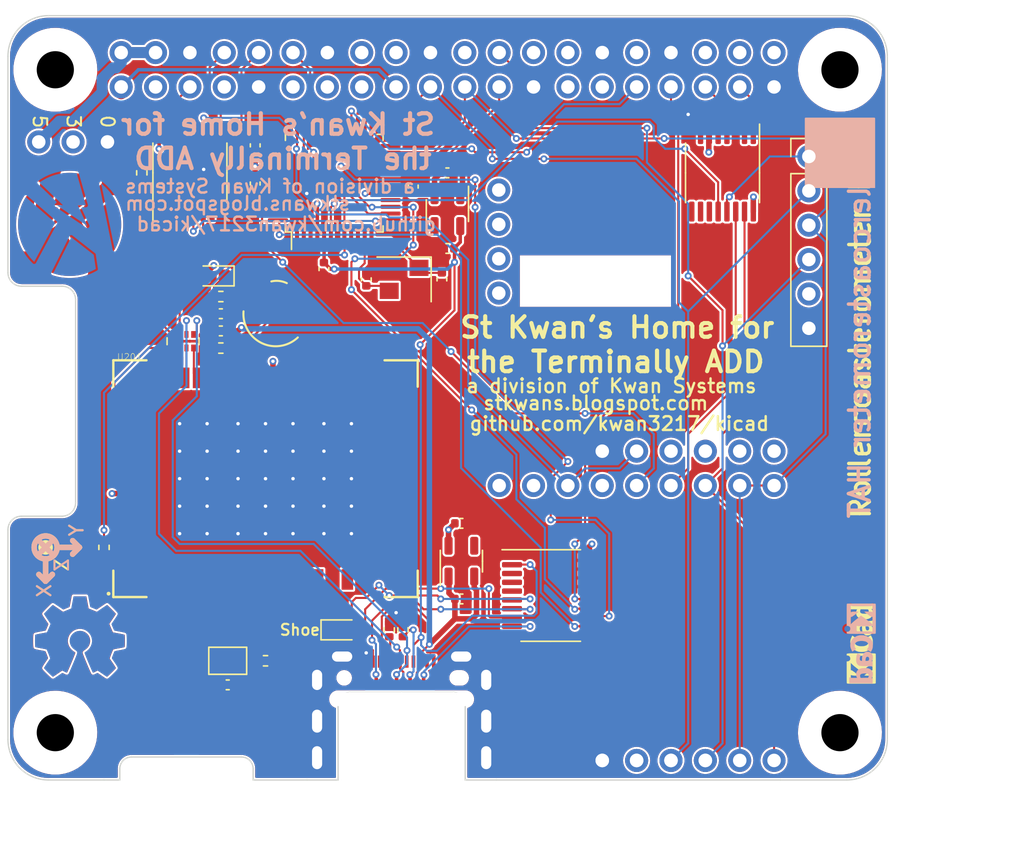
<source format=kicad_pcb>
(kicad_pcb (version 20211014) (generator pcbnew)
  (title_block (date "2022-10-07"))
  (layers (0 "F.Cu" jumper) (1 "In1.Cu" signal) (2 "In2.Cu" signal) (31 "B.Cu" signal) (34 "B.Paste" user) (35 "F.Paste" user) (36 "B.SilkS" user "B.Silkscreen") (37 "F.SilkS" user "F.Silkscreen") (38 "B.Mask" user) (39 "F.Mask" user) (44 "Edge.Cuts" user))
  (net 0 "")
  (net 1 "+1V8")
  (net 6 "/USB+ Cable/P_INT3")
  (net 11 "/MOSI_3V3")
  (net 12 "/MISO_3V3")
  (net 16 "/SCK_3V3")
  (net 19 "/GPS/V_BATT")
  (net 20 "/GPS/V_RF--")
  (net 21 "/GPS/VBAT+")
  (net 22 "+3V3")
  (net 23 "/GPS/RF_IN")
  (net 24 "/GPS/V_RF-")
  (net 25 "/GPS/RX{slash}MOSI-")
  (net 26 "/GPS/TX{slash}MISO-")
  (net 27 "/GPS/DP-")
  (net 28 "/GPS/DM-")
  (net 29 "/GPS/TIMEPULSE-")
  (net 30 "/GPS/V_RF")
  (net 61 "GND")
  (net 62 "+5V")
  (net 65 "/USB+ Cable/P_CC1")
  (net 67 "/USB+ Cable/P_INT2")
  (net 68 "/USB+ Cable/P_CC2")
  (net 69 "/~{CE0}")
  (net 70 "/CS0")
  (net 71 "/VBUS")
  (net 72 "/D+")
  (net 73 "/D-")
  (net 74 "/CS1")
  (net 75 "/GPS_TX")
  (net 76 "/GPS_RX")
  (net 78 "/~{CS}_MAG")
  (net 81 "/DRDY_6D")
  (net 88 "/PPS")
  (net 89 "/TX_PI")
  (net 90 "/RX_PI")
  (net 91 "/LPC_TX")
  (net 92 "/LPC_RX")
  (net 93 "/UART_S0")
  (net 94 "/Timer/XTAL2")
  (net 95 "/Timer/XTAL1")
  (net 100 "/~{CS}_6D")
  (net 101 "/DRDY_MAG")
  (net 109 "/LPC_~{RESET}")
  (net 110 "/SDA_LPC_1V8")
  (net 111 "/SHOE_INT_1V8")
  (net 112 "/SCL_LPC_1V8")
  (net 118 "/SCL_LPC_3V3")
  (net 119 "/SDA_LPC_3V3")
  (net 129 "/SHOE_INT_3V3")
  (net 130 "/~{CS}_LPC_3V3")
  (net 133 "/P_RET_1V8")
  (net 134 "/P_RET_3V3")
  (net 142 "/~{CS}_PRES")
  (net 153 "/Timer/CAP2.2")
  (net 154 "/Timer/CAP2.1")
  (footprint "Capacitor_SMD:C_0402_1005Metric" (layer "F.Cu") (at 168.656 65.532 -90)
    (fp_text reference "C1205" hide)
    (fp_text value "100nF" hide)
  )
  (footprint "KwanSystems:Axis" (layer "F.Cu") (at 148.082 86.106 -90)
    (fp_text reference "G101" hide)
    (fp_text value "Axis" hide)
  )
  (footprint "KwanSystems:R_Array_Convex_4x0402" (layer "F.Cu") (at 158.242 70.866 -90)
    (fp_text reference "R239" hide)
    (fp_text value "27" hide)
  )
  (footprint "Resistor_SMD:R_0402_1005Metric" (layer "F.Cu") (at 164.338 94.488)
    (fp_text reference "R407" hide)
    (fp_text value "27" hide)
  )
  (footprint "KwanSystems:ZED-F9x" (layer "F.Cu") (at 164.338 81.026)
    (fp_text reference "U201")
    (fp_text value "ZED_F9R")
  )
  (footprint "KwanSystems:Symbol_KiCAD-Logo_CopperAndSilkScreenTop_small" (layer "F.Cu") (at 208.28 93.218 90)
    (fp_text reference "G103" hide)
    (fp_text value "DesignedWithKicad" hide)
  )
  (footprint "KwanSystems:OSHW-Symbol_6.7x6mm_SolderMask" (layer "F.Cu") (at 150.622 92.71)
    (fp_text reference "G104" hide)
    (fp_text value "OSHW" hide)
  )
  (footprint "Capacitor_SMD:C_0402_1005Metric" (layer "F.Cu") (at 161.036 68.834 180)
    (fp_text reference "C236" hide)
    (fp_text value "1uF" hide)
  )
  (footprint "Capacitor_SMD:C_0402_1005Metric" (layer "F.Cu") (at 178.816 84.328)
    (fp_text reference "C405" hide)
    (fp_text value "1uF" hide)
  )
  (footprint "Capacitor_SMD:C_0402_1005Metric" (layer "F.Cu") (at 175.26 59.436 90)
    (fp_text reference "C1217" hide)
    (fp_text value "100nF" hide)
  )
  (footprint "KwanSystems:PiHAT" (layer "F.Cu") (at 152.4 50.8)
    (fp_text reference "J101" hide)
    (fp_text value "Raspberry_Pi_40" hide)
    (fp_line (start -3.1 16) (end -6.1 16) (layer "Edge.Cuts") (width 0.1))
    (fp_line (start -6.1 33) (end -3.1 33) (layer "Edge.Cuts") (width 0.1))
    (fp_line (start -2.1 32) (end -2.1 17) (layer "Edge.Cuts") (width 0.1))
    (fp_arc (start -4.1 52.5) (mid -6.22132 51.62132) (end -7.1 49.5) (layer "Edge.Cuts") (width 0.1))
    (fp_arc (start -6.1 16) (mid -6.807107 15.707107) (end -7.1 15) (layer "Edge.Cuts") (width 0.1))
    (fp_arc (start -3.1 16) (mid -2.392893 16.292893) (end -2.1 17) (layer "Edge.Cuts") (width 0.1))
    (fp_arc (start -7.1 -1) (mid -6.22132 -3.12132) (end -4.1 -4) (layer "Edge.Cuts") (width 0.1))
    (fp_arc (start 57.9 49.5) (mid 57.02132 51.62132) (end 54.9 52.5) (layer "Edge.Cuts") (width 0.1))
    (fp_arc (start -7.1 34) (mid -6.807107 33.292893) (end -6.1 33) (layer "Edge.Cuts") (width 0.1))
    (fp_arc (start -2.1 32) (mid -2.392893 32.707107) (end -3.1 33) (layer "Edge.Cuts") (width 0.1))
    (fp_arc (start 54.9 -4) (mid 57.02132 -3.12132) (end 57.9 -1) (layer "Edge.Cuts") (width 0.1))
  )
  (footprint "Diode_SMD:D_0603_1608Metric" (layer "F.Cu") (at 160.528 66.04 180)
    (fp_text reference "D201" hide)
    (fp_text value "0.5A/420mV" hide)
  )
  (footprint "Resistor_SMD:R_0402_1005Metric" (layer "F.Cu") (at 152.4 86.106 90)
    (fp_text reference "R253" hide)
    (fp_text value "27")
  )
  (footprint "KwanSystems:USB_C_Amphenol_MidMount_with_cutout" (layer "F.Cu") (at 174.4 103.3)
    (fp_text reference "J301" hide)
    (fp_text value "USB_C_Receptacle")
    (fp_line (start 4.699 0) (end 4.699 -5.6134) (layer "Edge.Cuts") (width 0.1))
    (fp_line (start -4.699 -5.6134) (end -4.699 0) (layer "Edge.Cuts") (width 0.1))
    (fp_line (start 0 -6.477) (end -3.8354 -6.477) (layer "Edge.Cuts") (width 0.1))
    (fp_line (start 3.8354 -6.477) (end 0 -6.477) (layer "Edge.Cuts") (width 0.1))
    (fp_line (start -4.699 0) (end -7 0) (layer "Edge.Cuts") (width 0.1))
    (fp_line (start 4.699 0) (end 7 0) (layer "Edge.Cuts") (width 0.1))
    (fp_arc (start -4.699 -5.6134) (mid -4.446057 -6.224057) (end -3.8354 -6.477) (layer "Edge.Cuts") (width 0.1))
    (fp_arc (start 3.8354 -6.477) (mid 4.446057 -6.224057) (end 4.699 -5.6134) (layer "Edge.Cuts") (width 0.1))
  )
  (footprint "Resistor_SMD:R_0402_1005Metric" (layer "F.Cu") (at 174.498 92.202 -90)
    (fp_text reference "R301" hide)
    (fp_text value "5.1k" hide)
  )
  (footprint "Package_QFP:LQFP-48_7x7mm_P0.5mm" (layer "F.Cu") (at 169.418 59.182 90)
    (fp_text reference "U1201" hide)
    (fp_text value "LPC2103" hide)
  )
  (footprint "SparkfunBreakout:BME680" (layer "F.Cu") (at 180.31 58.42)
    (fp_text reference "J105" hide)
    (fp_text value "BME680")
  )
  (footprint "Capacitor_SMD:C_0402_1005Metric" (layer "F.Cu") (at 178.816 89.916)
    (fp_text reference "C401" hide)
    (fp_text value "1uF" hide)
  )
  (footprint "Capacitor_SMD:C_0402_1005Metric" (layer "F.Cu") (at 161.544 96.266)
    (fp_text reference "C201" hide)
    (fp_text value "47pF" hide)
  )
  (footprint "SparkfunBreakout:ICM20948" (layer "F.Cu") (at 193.04 103.124 90)
    (fp_text reference "J104" hide)
    (fp_text value "ICM20948")
  )
  (footprint "KwanSystems:SMA-EDGE" (layer "F.Cu") (at 158.496 99.314 180)
    (fp_text reference "J201" hide)
    (fp_text value "SMA" hide)
  )
  (footprint "Capacitor_SMD:C_0402_1005Metric" (layer "F.Cu") (at 163.576 56.388 90)
    (fp_text reference "C1301" hide)
    (fp_text value "100nF" hide)
  )
  (footprint "Connector_PinHeader_2.54mm:PinHeader_1x03_P2.54mm_Horizontal" (layer "F.Cu") (at 152.654 56.134 -90)
    (fp_text reference "J102" hide)
    (fp_text value "Conn_01x03" hide)
  )
  (footprint "KwanSystems:Coin_Cell_ML414H" (layer "F.Cu") (at 165.1 68.834 90)
    (fp_text reference "B201" hide)
    (fp_text value "ML414H" hide)
  )
  (footprint "Capacitor_SMD:C_0402_1005Metric" (layer "F.Cu") (at 161.036 70.104 180)
    (fp_text reference "C238" hide)
    (fp_text value "1uF" hide)
  )
  (footprint "Resistor_SMD:R_0402_1005Metric" (layer "F.Cu") (at 173.482 92.202 -90)
    (fp_text reference "R302" hide)
    (fp_text value "5.1k" hide)
  )
  (footprint "Capacitor_SMD:C_0402_1005Metric" (layer "F.Cu") (at 177.7825 64.008 180)
    (fp_text reference "C505" hide)
    (fp_text value "1uF" hide)
  )
  (footprint "Capacitor_SMD:C_0402_1005Metric" (layer "F.Cu") (at 177.7825 58.42)
    (fp_text reference "C501" hide)
    (fp_text value "1uF" hide)
  )
  (footprint "Capacitor_SMD:C_0402_1005Metric" (layer "F.Cu") (at 163.576 59.21 -90)
    (fp_text reference "C1240" hide)
    (fp_text value "100nF" hide)
  )
  (footprint "Capacitor_SMD:C_0402_1005Metric" (layer "F.Cu") (at 171.788 66.294 -90)
    (fp_text reference "C1211" hide)
    (fp_text value "22pF" hide)
  )
  (footprint "Package_SO:TSSOP-20_4.4x6.5mm_P0.65mm" (layer "F.Cu") (at 185.42 89.662)
    (fp_text reference "U1402" hide)
    (fp_text value "TXS0108" hide)
  )
  (footprint "Package_SO:TSSOP-16_4.4x5mm_P0.65mm" (layer "F.Cu") (at 198.12 58.42 -90)
    (fp_text reference "U1401" hide)
    (fp_text value "74LS138" hide)
  )
  (footprint "Resistor_SMD:R_0402_1005Metric" (layer "F.Cu") (at 161.036 71.374 180)
    (fp_text reference "R238" hide)
    (fp_text value "100k" hide)
  )
  (footprint "LED_SMD:LED_0603_1608Metric" (layer "F.Cu") (at 169.926 92.202)
    (fp_text reference "D301" hide)
    (fp_text value "RED" hide)
  )
  (footprint "Package_TO_SOT_SMD:SOT-23-5" (layer "F.Cu") (at 178.816 87.122 90)
    (fp_text reference "U401" hide)
    (fp_text value "TCR2EF 3.3V" hide)
  )
  (footprint "Crystal:Crystal_SMD_Abracon_ABM8G-4Pin_3.2x2.5mm" (layer "F.Cu") (at 174.582 66.294 180)
    (fp_text reference "Y1201" hide)
    (fp_text value "12MHz" hide)
  )
  (footprint "Inductor_SMD:L_0402_1005Metric" (layer "F.Cu") (at 158.75 94.488)
    (fp_text reference "L201" hide)
    (fp_text value "Ferrite 120NH" hide)
  )
  (footprint "Capacitor_SMD:C_0402_1005Metric" (layer "F.Cu") (at 177.376 66.294 90)
    (fp_text reference "C1212" hide)
    (fp_text value "22pF" hide)
  )
  (footprint "SparkfunBreakout:LSM9DS1" (layer "F.Cu") (at 187.96 103.124 90)
    (fp_text reference "J103" hide)
    (fp_text value "LSD9DS1")
  )
  (footprint "Package_SO:TSSOP-16_4.4x5mm_P0.65mm" (layer "F.Cu") (at 158.75 58.42 90)
    (fp_text reference "U1301" hide)
    (fp_text value "743253" hide)
  )
  (footprint "Jumper:SolderJumper-2_P1.3mm_Bridged_Pad1.0x1.5mm" (layer "F.Cu") (at 161.544 94.488)
    (fp_text reference "J202" hide)
    (fp_text value "NormallyClosed" hide)
  )
  (footprint "KwanSystems:StKwansSoldermask" (layer "F.Cu") (at 149.86 62.23)
    (fp_text reference "G102" hide)
    (fp_text value "KwanSystems" hide)
  )
  (footprint "Resistor_SMD:R_0402_1005Metric" (layer "F.Cu") (at 155.194 58.42 90)
    (fp_text reference "R1301" hide)
    (fp_text value "10k" hide)
  )
  (footprint "Resistor_SMD:R_0402_1005Metric" (layer "F.Cu") (at 161.036 67.564)
    (fp_text reference "R436" hide)
    (fp_text value "5.1k" hide)
  )
  (footprint "Package_TO_SOT_SMD:SOT-23-5" (layer "F.Cu") (at 177.7825 61.214 -90)
    (fp_text reference "U501" hide)
    (fp_text value "TCR2EF 1.8V" hide)
  )
  (footprint "KwanSystems:StKwansSoldermask" (layer "B.Cu") (at 149.86 62.23 180)
    (fp_text reference "G105" hide)
    (fp_text value "KwanSystems" hide)
  )
  (footprint "KwanSystems:Symbol_KiCAD-Logo_CopperAndSilkScreenTop_small" (layer "B.Cu") (at 208.28 93.218 -90)
    (fp_text reference "G107" hide)
    (fp_text value "DesignedWithKicad" hide)
  )
  (footprint "KwanSystems:OSHW-Symbol_6.7x6mm_SolderMask" (layer "B.Cu") (at 150.622 92.71 180)
    (fp_text reference "G106" hide)
    (fp_text value "OSHW" hide)
  )
  (gr_line (start 145.3 84.8) (end 145.3 100.3) (layer "Edge.Cuts") (width 0.1))
  (gr_line (start 207.3 46.8) (end 148.3 46.8) (layer "Edge.Cuts") (width 0.1))
  (gr_line (start 202.4 103.3) (end 181.4 103.3) (layer "Edge.Cuts") (width 0.1))
  (gr_line (start 153.5684 102.4636) (end 153.5684 103.3) (layer "Edge.Cuts") (width 0.1))
  (gr_line (start 163.4236 103.3) (end 167.4 103.3) (layer "Edge.Cuts") (width 0.1))
  (gr_line (start 148.3 103.3) (end 152.4 103.3) (layer "Edge.Cuts") (width 0.1))
  (gr_line (start 152.4 103.3) (end 153.5684 103.3) (layer "Edge.Cuts") (width 0.1))
  (gr_arc (start 153.5684 102.4636) (mid 153.821343 101.852943) (end 154.432 101.6) (layer "Edge.Cuts") (width 0.1))
  (gr_line (start 162.56 101.6) (end 154.432 101.6) (layer "Edge.Cuts") (width 0.1))
  (gr_line (start 163.4236 103.3) (end 163.4236 102.4636) (layer "Edge.Cuts") (width 0.1))
  (gr_arc (start 162.56 101.6) (mid 163.170657 101.852943) (end 163.4236 102.4636) (layer "Edge.Cuts") (width 0.1))
  (gr_line (start 207.3 103.3) (end 202.4 103.3) (layer "Edge.Cuts") (width 0.1))
  (gr_line (start 210.3 100.3) (end 210.3 49.8) (layer "Edge.Cuts") (width 0.1))
  (gr_line (start 145.3 49.8) (end 145.3 65.8) (layer "Edge.Cuts") (width 0.1))
  (gr_text "Rollercoasterometer HAT\n" (at 208.257535 69.827144 90) (layer "B.SilkS") (effects (font (size 1.524 1.524) (thickness 0.254)) (justify mirror)))
  (gr_text "Shoe" (at 166.878 92.202) (layer "F.SilkS") (effects (font (size 0.8128 0.8128) (thickness 0.1524))))
  (gr_text "Rollercoasterometer HAT\n" (at 208.28 69.85 90) (layer "F.SilkS") (effects (font (size 1.524 1.524) (thickness 0.254))))
  (segment (start 175.280111 93.942489) (end 175.275 93.9476) (width 0.1524) (layer "F.Cu") (net 1))
  (segment (start 168.668 65.04) (end 168.656 65.052) (width 0.254) (layer "F.Cu") (net 1))
  (segment (start 178.7325 62.3515) (end 178.7325 63.538) (width 0.254) (layer "F.Cu") (net 1))
  (segment (start 178.7325 63.538) (end 178.2625 64.008) (width 0.254) (layer "F.Cu") (net 1))
  (segment (start 182.5685 87.376) (end 182.5575 87.387) (width 0.1524) (layer "F.Cu") (net 1))
  (segment (start 168.668 63.3445) (end 168.668 65.04) (width 0.254) (layer "F.Cu") (net 1))
  (segment (start 175.768 71.12) (end 178.308 68.58) (width 0.1524) (layer "F.Cu") (net 1))
  (segment (start 168.656 65.052) (end 169.136 65.532) (width 0.254) (layer "F.Cu") (net 1))
  (segment (start 178.308 64.0535) (end 178.2625 64.008) (width 0.254) (layer "F.Cu") (net 1))
  (segment (start 175.280111 93.322309) (end 175.280111 93.942489) (width 0.1524) (layer "F.Cu") (net 1))
  (segment (start 175.84162 92.7608) (end 175.280111 93.322309) (width 0.1524) (layer "F.Cu") (net 1))
  (segment (start 178.308 68.58) (end 178.308 65.024) (width 0.1524) (layer "F.Cu") (net 1))
  (segment (start 183.896 87.376) (end 182.5685 87.376) (width 0.1524) (layer "F.Cu") (net 1))
  (segment (start 169.136 65.532) (end 169.418 65.532) (width 0.254) (layer "F.Cu") (net 1))
  (segment (start 178.308 65.024) (end 178.308 64.0535) (width 0.254) (layer "F.Cu") (net 1))
  (segment (start 175.275 93.9476) (end 175.275 94.55) (width 0.1524) (layer "F.Cu") (net 1))
  (via (at 183.896 87.376) (size 0.508) (drill 0.254) (layers "F.Cu" "B.Cu") (net 1))
  (via (at 175.84162 92.7608) (size 0.508) (drill 0.254) (layers "F.Cu" "B.Cu") (net 1))
  (via (at 169.418 65.532) (size 0.508) (drill 0.254) (layers "F.Cu" "B.Cu") (net 1))
  (via (at 175.768 71.12) (size 0.508) (drill 0.254) (layers "F.Cu" "B.Cu") (net 1))
  (via (at 178.308 65.024) (size 0.508) (drill 0.254) (layers "F.Cu" "B.Cu") (net 1))
  (segment (start 176.251022 93.753991) (end 177.010009 93.753991) (width 0.1524) (layer "B.Cu") (net 1))
  (segment (start 175.818611 71.170611) (end 175.768 71.12) (width 0.1524) (layer "B.Cu") (net 1))
  (segment (start 175.84162 93.344589) (end 176.251022 93.753991) (width 0.1524) (layer "B.Cu") (net 1))
  (segment (start 184.378111 90.957889) (end 184.378111 87.858111) (width 0.1524) (layer "B.Cu") (net 1))
  (segment (start 184.378111 87.858111) (end 183.896 87.376) (width 0.1524) (layer "B.Cu") (net 1))
  (segment (start 179.603889 91.160111) (end 184.175889 91.160111) (width 0.1524) (layer "B.Cu") (net 1))
  (segment (start 175.818611 75.588009) (end 175.818611 71.170611) (width 0.1524) (layer "B.Cu") (net 1))
  (segment (start 175.84162 92.7608) (end 175.84162 93.344589) (width 0.1524) (layer "B.Cu") (net 1))
  (segment (start 184.175889 91.160111) (end 184.378111 90.957889) (width 0.1524) (layer "B.Cu") (net 1))
  (segment (start 177.010009 93.753991) (end 179.603889 91.160111) (width 0.1524) (layer "B.Cu") (net 1))
  (segment (start 175.818611 92.737791) (end 175.818611 75.588009) (width 0.1524) (layer "B.Cu") (net 1))
  (segment (start 169.418 65.532) (end 177.8 65.532) (width 0.254) (layer "B.Cu") (net 1))
  (segment (start 177.8 65.532) (end 178.308 65.024) (width 0.254) (layer "B.Cu") (net 1))
  (segment (start 175.84162 92.7608) (end 175.818611 92.737791) (width 0.1524) (layer "B.Cu") (net 1))
  (segment (start 173.5805 55.0195) (end 176.53 52.07) (width 0.1524) (layer "F.Cu") (net 11))
  (segment (start 173.5805 56.432) (end 173.5805 55.0195) (width 0.1524) (layer "F.Cu") (net 11))
  (segment (start 181.102 57.38452) (end 184.912 57.38452) (width 0.1524) (layer "F.Cu") (net 11))
  (via (at 184.912 57.38452) (size 0.508) (drill 0.254) (layers "F.Cu" "B.Cu") (net 11))
  (via (at 181.102 57.38452) (size 0.508) (drill 0.254) (layers "F.Cu" "B.Cu") (net 11))
  (segment (start 191.75052 57.38452) (end 184.912 57.38452) (width 0.1524) (layer "B.Cu") (net 11))
  (segment (start 194.9 67.99) (end 194.9 60.534) (width 0.1524) (layer "B.Cu") (net 11))
  (segment (start 194.9 67.99) (end 195.58 68.67) (width 0.1524) (layer "B.Cu") (net 11))
  (segment (start 194.9 60.534) (end 191.75052 57.38452) (width 0.1524) (layer "B.Cu") (net 11))
  (segment (start 176.53 52.07) (end 181.102 56.642) (width 0.1524) (layer "B.Cu") (net 11))
  (segment (start 195.58 68.67) (end 204.5 59.75) (width 0.1524) (layer "B.Cu") (net 11))
  (segment (start 194.31 101.854) (end 195.58 100.584) (width 0.1524) (layer "B.Cu") (net 11))
  (segment (start 195.58 100.584) (end 195.58 68.67) (width 0.1524) (layer "B.Cu") (net 11))
  (segment (start 181.102 56.642) (end 181.102 57.38452) (width 0.1524) (layer "B.Cu") (net 11))
  (segment (start 182.88 55.88) (end 193.802 55.88) (width 0.1524) (layer "F.Cu") (net 12))
  (segment (start 179.07 54.61) (end 179.07 52.07) (width 0.1524) (layer "F.Cu") (net 12))
  (segment (start 174.282676 56.896) (end 176.784 56.896) (width 0.1524) (layer "F.Cu") (net 12))
  (segment (start 174.246676 56.932) (end 174.282676 56.896) (width 0.1524) (layer "F.Cu") (net 12))
  (segment (start 176.784 56.896) (end 179.07 54.61) (width 0.1524) (layer "F.Cu") (net 12))
  (segment (start 173.5805 56.932) (end 174.246676 56.932) (width 0.1524) (layer "F.Cu") (net 12))
  (segment (start 199.39 81.534) (end 201.93 81.534) (width 0.1524) (layer "F.Cu") (net 12))
  (via (at 193.802 55.88) (size 0.508) (drill 0.254) (layers "F.Cu" "B.Cu") (net 12))
  (via (at 182.88 55.88) (size 0.508) (drill 0.254) (layers "F.Cu" "B.Cu") (net 12))
  (segment (start 179.07 52.07) (end 182.88 55.88) (width 0.1524) (layer "B.Cu") (net 12))
  (segment (start 205.74 56.642) (end 205.74 61.05) (width 0.1524) (layer "B.Cu") (net 12))
  (segment (start 205.74 63.53) (end 204.5 62.29) (width 0.1524) (layer "B.Cu") (net 12))
  (segment (start 205.74 77.724) (end 205.74 63.53) (width 0.1524) (layer "B.Cu") (net 12))
  (segment (start 201.93 81.534) (end 205.74 77.724) (width 0.1524) (layer "B.Cu") (net 12))
  (segment (start 205.74 61.05) (end 204.5 62.29) (width 0.1524) (layer "B.Cu") (net 12))
  (segment (start 204.978 55.88) (end 205.74 56.642) (width 0.1524) (layer "B.Cu") (net 12))
  (segment (start 199.39 81.534) (end 199.39 101.854) (width 0.1524) (layer "B.Cu") (net 12))
  (segment (start 193.802 55.88) (end 204.978 55.88) (width 0.1524) (layer "B.Cu") (net 12))
  (segment (start 177.518 57.432) (end 173.5805 57.432) (width 0.1524) (layer "F.Cu") (net 16))
  (segment (start 198.12 68.58) (end 198.12 71.21) (width 0.1524) (layer "F.Cu") (net 16))
  (segment (start 181.61 53.34) (end 183.388 55.118) (width 0.1524) (layer "F.Cu") (net 16))
  (segment (start 181.61 52.07) (end 181.61 53.34) (width 0.1524) (layer "F.Cu") (net 16))
  (segment (start 195.58 66.04) (end 198.12 68.58) (width 0.1524) (layer "F.Cu") (net 16))
  (segment (start 181.61 53.34) (end 177.518 57.432) (width 0.1524) (layer "F.Cu") (net 16))
  (segment (start 183.388 55.118) (end 192.532 55.118) (width 0.1524) (layer "F.Cu") (net 16))
  (via (at 195.58 66.04) (size 0.508) (drill 0.254) (layers "F.Cu" "B.Cu") (net 16))
  (via (at 192.532 55.118) (size 0.508) (drill 0.254) (layers "F.Cu" "B.Cu") (net 16))
  (via (at 198.12 71.21) (size 0.508) (drill 0.254) (layers "F.Cu" "B.Cu") (net 16))
  (segment (start 198.12 100.584) (end 198.12 71.21) (width 0.1524) (layer "B.Cu") (net 16))
  (segment (start 196.85 101.854) (end 198.12 100.584) (width 0.1524) (layer "B.Cu") (net 16))
  (segment (start 195.58 60.706) (end 192.532 57.658) (width 0.1524) (layer "B.Cu") (net 16))
  (segment (start 198.12 71.21) (end 204.5 64.83) (width 0.1524) (layer "B.Cu") (net 16))
  (segment (start 195.58 66.04) (end 195.58 60.706) (width 0.1524) (layer "B.Cu") (net 16))
  (segment (start 192.532 55.118) (end 192.532 57.658) (width 0.1524) (layer "B.Cu") (net 16))
  (segment (start 164.338 68.072) (end 164.338 69.596) (width 0.1524) (layer "F.Cu") (net 19))
  (segment (start 162.97 67.564) (end 163.4 67.134) (width 0.1524) (layer "F.Cu") (net 19))
  (segment (start 161.516 68.834) (end 161.516 67.594) (width 0.1524) (layer "F.Cu") (net 19))
  (segment (start 161.516 67.594) (end 161.546 67.564) (width 0.1524) (layer "F.Cu") (net 19))
  (segment (start 162.688 71.246) (end 162.688 73.576) (width 0.1524) (layer "F.Cu") (net 19))
  (segment (start 163.4 67.134) (end 164.338 68.072) (width 0.1524) (layer "F.Cu") (net 19))
  (segment (start 161.546 67.564) (end 162.97 67.564) (width 0.1524) (layer "F.Cu") (net 19))
  (segment (start 164.338 69.596) (end 162.688 71.246) (width 0.1524) (layer "F.Cu") (net 19))
  (segment (start 161.064 96.436) (end 160.894 96.266) (width 0.1524) (layer "F.Cu") (net 20))
  (segment (start 161.064 96.266) (end 161.064 94.658) (width 0.1524) (layer "F.Cu") (net 20))
  (segment (start 159.489 94.488) (end 160.894 94.488) (width 0.1524) (layer "F.Cu") (net 20))
  (segment (start 160.526 66.8295) (end 161.3155 66.04) (width 0.1524) (layer "F.Cu") (net 21))
  (segment (start 160.526 67.564) (end 160.526 66.8295) (width 0.1524) (layer "F.Cu") (net 21))
  (segment (start 171.716 59.932) (end 171.704 59.944) (width 0.254) (layer "F.Cu") (net 22))
  (segment (start 178.89762 57.99362) (end 178.89762 59.91138) (width 0.4064) (layer "F.Cu") (net 22))
  (segment (start 177.3025 58.42) (end 177.3025 58.369795) (width 0.4064) (layer "F.Cu") (net 22))
  (segment (start 154.388 83.226) (end 154.388 82.126) (width 0.4064) (layer "F.Cu") (net 22))
  (segment (start 168.148 60.706) (end 168.168 60.726) (width 0.254) (layer "F.Cu") (net 22))
  (segment (start 168.168 60.726) (end 168.168 63.3445) (width 0.254) (layer "F.Cu") (net 22))
  (segment (start 165.2555 58.932) (end 163.834 58.932) (width 0.254) (layer "F.Cu") (net 22))
  (segment (start 200.395 60.209) (end 200.406 60.198) (width 0.4064) (layer "F.Cu") (net 22))
  (segment (start 165.2555 57.932) (end 163.568 57.932) (width 0.254) (layer "F.Cu") (net 22))
  (segment (start 177.3025 58.42) (end 176.8325 58.89) (width 0.4064) (layer "F.Cu") (net 22))
  (segment (start 197.104 56.896) (end 197.104 55.5985) (width 0.4064) (layer "F.Cu") (net 22))
  (segment (start 173.5805 59.932) (end 175.276 59.932) (width 0.254) (layer "F.Cu") (net 22))
  (segment (start 153.67 52.07) (end 153.67 52.578) (width 0.8128) (layer "F.Cu") (net 22))
  (segment (start 156.475 55.5575) (end 156.475 56.631) (width 0.254) (layer "F.Cu") (net 22))
  (segment (start 177.917415 57.75488) (end 178.65888 57.75488) (width 0.4064) (layer "F.Cu") (net 22))
  (segment (start 178.65888 57.75488) (end 178.89762 57.99362) (width 0.4064) (layer "F.Cu") (net 22))
  (segment (start 163.568 57.932) (end 163.568 56.876) (width 0.4064) (layer "F.Cu") (net 22))
  (segment (start 176.8325 58.89) (end 176.8325 60.0765) (width 0.4064) (layer "F.Cu") (net 22))
  (segment (start 177.866 85.9845) (end 177.866 84.798) (width 0.4064) (layer "F.Cu") (net 22))
  (segment (start 163.568 57.932) (end 163.548 57.912) (width 0.254) (layer "F.Cu") (net 22))
  (segment (start 163.568 57.932) (end 163.568 58.722) (width 0.4064) (layer "F.Cu") (net 22))
  (segment (start 188.2825 86.737) (end 188.2825 86.0375) (width 0.4064) (layer "F.Cu") (net 22))
  (segment (start 165.988 73.576) (end 164.888 73.576) (width 0.4064) (layer "F.Cu") (net 22))
  (segment (start 178.89762 59.91138) (end 178.7325 60.0765) (width 0.4064) (layer "F.Cu") (net 22))
  (segment (start 177.866 84.798) (end 178.336 84.328) (width 0.4064) (layer "F.Cu") (net 22))
  (segment (start 175.26 59.916) (end 176.672 59.916) (width 0.4064) (layer "F.Cu") (net 22))
  (segment (start 164.888 73.576) (end 164.888 72.348) (width 0.4064) (layer "F.Cu") (net 22))
  (segment (start 163.548 58.646) (end 163.548 57.912) (width 0.254) (layer "F.Cu") (net 22))
  (segment (start 200.395 61.2825) (end 200.395 60.209) (width 0.4064) (layer "F.Cu") (net 22))
  (segment (start 177.3025 58.369795) (end 177.917415 57.75488) (width 0.4064) (layer "F.Cu") (net 22))
  (segment (start 163.568 56.876) (end 163.576 56.868) (width 0.4064) (layer "F.Cu") (net 22))
  (segment (start 163.834 58.932) (end 163.548 58.646) (width 0.254) (layer "F.Cu") (net 22))
  (segment (start 163.56 57.94) (end 163.568 57.932) (width 0.4064) (layer "F.Cu") (net 22))
  (segment (start 152.992 82.126) (end 154.388 82.126) (width 0.4064) (layer "F.Cu") (net 22))
  (segment (start 175.276 59.932) (end 175.288 59.944) (width 0.254) (layer "F.Cu") (net 22))
  (segment (start 159.7405 66.04) (end 160.51525 65.26525) (width 0.4064) (layer "F.Cu") (net 22))
  (segment (start 156.475 56.631) (end 156.464 56.642) (width 0.254) (layer "F.Cu") (net 22))
  (segment (start 188.2825 86.737) (end 188.2825 87.387) (width 0.4064) (layer "F.Cu") (net 22))
  (segment (start 188.2825 86.0375) (end 188.468 85.852) (width 0.4064) (layer "F.Cu") (net 22))
  (segment (start 176.672 59.916) (end 176.8325 60.0765) (width 0.4064) (layer "F.Cu") (net 22))
  (segment (start 197.104 55.5985) (end 197.145 55.5575) (width 0.4064) (layer "F.Cu") (net 22))
  (segment (start 163.568 58.722) (end 163.576 58.73) (width 0.4064) (layer "F.Cu") (net 22))
  (segment (start 173.5805 59.932) (end 171.716 59.932) (width 0.254) (layer "F.Cu") (net 22))
  (via (at 164.888 72.348) (size 0.508) (drill 0.254) (layers "F.Cu" "B.Cu") (net 22))
  (via (at 197.104 56.896) (size 0.508) (drill 0.254) (layers "F.Cu" "B.Cu") (net 22))
  (via (at 171.704 59.944) (size 0.508) (drill 0.254) (layers "F.Cu" "B.Cu") (net 22))
  (via (at 188.468 85.852) (size 0.508) (drill 0.254) (layers "F.Cu" "B.Cu") (net 22))
  (via (at 160.51525 65.26525) (size 0.508) (drill 0.254) (layers "F.Cu" "B.Cu") (net 22))
  (via (at 156.464 56.642) (size 0.508) (drill 0.254) (layers "F.Cu" "B.Cu") (net 22))
  (via (at 163.568 57.932) (size 0.508) (drill 0.254) (layers "F.Cu" "B.Cu") (net 22))
  (via (at 200.406 60.198) (size 0.508) (drill 0.254) (layers "F.Cu" "B.Cu") (net 22))
  (via (at 177.866 84.798) (size 0.508) (drill 0.254) (layers "F.Cu" "B.Cu") (net 22))
  (via (at 168.148 60.706) (size 0.508) (drill 0.254) (layers "F.Cu" "B.Cu") (net 22))
  (via (at 152.992 82.126) (size 0.508) (drill 0.254) (layers "F.Cu" "B.Cu") (net 22))
  (segment (start 154.94 50.8) (end 172.72 50.8) (width 0.254) (layer "B.Cu") (net 22))
  (segment (start 172.72 50.8) (end 173.99 52.07) (width 0.254) (layer "B.Cu") (net 22))
  (segment (start 153.67 52.07) (end 154.94 50.8) (width 0.254) (layer "B.Cu") (net 22))
  (segment (start 158.288 94.28) (end 158.288 93.556) (width 0.8128) (layer "F.Cu") (net 23))
  (segment (start 158.288 88.476) (end 158.288 94.28) (width 0.8128) (layer "F.Cu") (net 23))
  (segment (start 158.288 94.28) (end 158.288 99.106) (width 0.8128) (layer "F.Cu") (net 23))
  (segment (start 158.288 99.106) (end 158.496 99.314) (width 0.8128) (layer "F.Cu") (net 23))
  (segment (start 163.828 94.488) (end 162.194 94.488) (width 0.1524) (layer "F.Cu") (net 24))
  (segment (start 157.442 71.366) (end 155.711578 71.366) (width 0.1524) (layer "F.Cu") (net 25))
  (segment (start 155.711578 71.366) (end 153.162 73.915578) (width 0.1524) (layer "F.Cu") (net 25))
  (segment (start 153.4756 75.526) (end 154.388 75.526) (width 0.1524) (layer "F.Cu") (net 25))
  (segment (start 153.162 75.2124) (end 153.4756 75.526) (width 0.1524) (layer "F.Cu") (net 25))
  (segment (start 153.162 73.915578) (end 153.162 75.2124) (width 0.1524) (layer "F.Cu") (net 25))
  (segment (start 157.992 71.817422) (end 157.419422 72.39) (width 0.1524) (layer "F.Cu") (net 26))
  (segment (start 154.388 73.196) (end 154.388 74.426) (width 0.1524) (layer "F.Cu") (net 26))
  (segment (start 157.992 71.366) (end 157.992 71.817422) (width 0.1524) (layer "F.Cu") (net 26))
  (segment (start 155.194 72.39) (end 154.388 73.196) (width 0.1524) (layer "F.Cu") (net 26))
  (segment (start 157.419422 72.39) (end 155.194 72.39) (width 0.1524) (layer "F.Cu") (net 26))
  (segment (start 158.492 73.372) (end 158.492 71.366) (width 0.1524) (layer "F.Cu") (net 27))
  (segment (start 158.288 73.576) (end 158.492 73.372) (width 0.1524) (layer "F.Cu") (net 27))
  (segment (start 159.042 73.23) (end 159.042 71.366) (width 0.1524) (layer "F.Cu") (net 28))
  (segment (start 159.388 73.576) (end 159.042 73.23) (width 0.1524) (layer "F.Cu") (net 28))
  (segment (start 152.49 86.526) (end 152.4 86.616) (width 0.1524) (layer "F.Cu") (net 29))
  (segment (start 154.388 86.526) (end 152.49 86.526) (width 0.1524) (layer "F.Cu") (net 29))
  (segment (start 163.788 93.428) (end 164.848 94.488) (width 0.1524) (layer "F.Cu") (net 30))
  (segment (start 163.788 88.476) (end 163.788 93.428) (width 0.1524) (layer "F.Cu") (net 30))
  (segment (start 173.74 58.932) (end 173.736 58.928) (width 0.1524) (layer "F.Cu") (net 61))
  (via (at 168.656 85.09) (size 0.508) (drill 0.254) (layers "F.Cu" "B.Cu") (net 61))
  (via (at 171.7802 93.9038) (size 0.508) (drill 0.254) (layers "F.Cu" "B.Cu") (net 61))
  (via (at 157.988 83.058) (size 0.508) (drill 0.254) (layers "F.Cu" "B.Cu") (net 61))
  (via (at 164.338 76.962) (size 0.508) (drill 0.254) (layers "F.Cu" "B.Cu") (net 61))
  (via (at 162.306 83.058) (size 0.508) (drill 0.254) (layers "F.Cu" "B.Cu") (net 61))
  (via (at 160.02 76.962) (size 0.508) (drill 0.254) (layers "F.Cu" "B.Cu") (net 61))
  (via (at 164.338 81.026) (size 0.508) (drill 0.254) (layers "F.Cu" "B.Cu") (net 61))
  (via (at 164.338 78.994) (size 0.508) (drill 0.254) (layers "F.Cu" "B.Cu") (net 61))
  (via (at 166.37 85.09) (size 0.508) (drill 0.254) (layers "F.Cu" "B.Cu") (net 61))
  (via (at 160.02 81.026) (size 0.508) (drill 0.254) (layers "F.Cu" "B.Cu") (net 61))
  (via (at 168.656 81.026) (size 0.508) (drill 0.254) (layers "F.Cu" "B.Cu") (net 61))
  (via (at 168.656 76.962) (size 0.508) (drill 0.254) (layers "F.Cu" "B.Cu") (net 61))
  (via (at 160.02 85.09) (size 0.508) (drill 0.254) (layers "F.Cu" "B.Cu") (net 61))
  (via (at 162.306 78.994) (size 0.508) (drill 0.254) (layers "F.Cu" "B.Cu") (net 61))
  (via (at 166.37 78.994) (size 0.508) (drill 0.254) (layers "F.Cu" "B.Cu") (net 61))
  (via (at 168.656 83.058) (size 0.508) (drill 0.254) (layers "F.Cu" "B.Cu") (net 61))
  (via (at 170.688 76.962) (size 0.508) (drill 0.254) (layers "F.Cu" "B.Cu") (net 61))
  (via (at 162.306 81.026) (size 0.508) (drill 0.254) (layers "F.Cu" "B.Cu") (net 61))
  (via (at 159.766 58.166) (size 0.508) (drill 0.254) (layers "F.Cu" "B.Cu") (net 61))
  (via (at 195.58 54.102) (size 0.508) (drill 0.254) (layers "F.Cu" "B.Cu") (net 61))
  (via (at 162.306 85.09) (size 0.508) (drill 0.254) (layers "F.Cu" "B.Cu") (net 61))
  (via (at 170.688 81.026) (size 0.508) (drill 0.254) (layers "F.Cu" "B.Cu") (net 61))
  (via (at 164.338 85.09) (size 0.508) (drill 0.254) (layers "F.Cu" "B.Cu") (net 61))
  (via (at 160.02 83.058) (size 0.508) (drill 0.254) (layers "F.Cu" "B.Cu") (net 61))
  (via (at 166.37 81.026) (size 0.508) (drill 0.254) (layers "F.Cu" "B.Cu") (net 61))
  (via (at 157.988 76.962) (size 0.508) (drill 0.254) (layers "F.Cu" "B.Cu") (net 61))
  (via (at 170.688 83.058) (size 0.508) (drill 0.254) (layers "F.Cu" "B.Cu") (net 61))
  (via (at 170.688 85.09) (size 0.508) (drill 0.254) (layers "F.Cu" "B.Cu") (net 61))
  (via (at 166.37 83.058) (size 0.508) (drill 0.254) (layers "F.Cu" "B.Cu") (net 61))
  (via (at 166.37 76.962) (size 0.508) (drill 0.254) (layers "F.Cu" "B.Cu") (net 61))
  (via (at 173.99 90.932) (size 0.508) (drill 0.254) (layers "F.Cu" "B.Cu") (net 61))
  (via (at 168.656 78.994) (size 0.508) (drill 0.254) (layers "F.Cu" "B.Cu") (net 61))
  (via (at 162.306 76.962) (size 0.508) (drill 0.254) (layers "F.Cu" "B.Cu") (net 61))
  (via (at 157.988 85.09) (size 0.508) (drill 0.254) (layers "F.Cu" "B.Cu") (net 61))
  (via (at 167.386 59.944) (size 0.508) (drill 0.254) (layers "F.Cu" "B.Cu") (net 61))
  (via (at 164.338 83.058) (size 0.508) (drill 0.254) (layers "F.Cu" "B.Cu") (net 61))
  (via (at 160.02 78.994) (size 0.508) (drill 0.254) (layers "F.Cu" "B.Cu") (net 61))
  (via (at 170.688 78.994) (size 0.508) (drill 0.254) (layers "F.Cu" "B.Cu") (net 61))
  (via (at 157.988 81.026) (size 0.508) (drill 0.254) (layers "F.Cu" "B.Cu") (net 61))
  (via (at 157.988 78.994) (size 0.508) (drill 0.254) (layers "F.Cu" "B.Cu") (net 61))
  (segment (start 153.67 49.53) (end 156.21 49.53) (width 0.8128) (layer "F.Cu") (net 62))
  (segment (start 153.046311 50.661689) (end 153.300311 50.661689) (width 0.8128) (layer "B.Cu") (net 62))
  (segment (start 153.67 49.53) (end 156.21 49.53) (width 0.8128) (layer "B.Cu") (net 62))
  (segment (start 153.67 50.292) (end 153.67 49.53) (width 0.8128) (layer "B.Cu") (net 62))
  (segment (start 152.261689 52.462311) (end 152.261689 51.446311) (width 0.8128) (layer "B.Cu") (net 62))
  (segment (start 150.114 54.61) (end 152.261689 52.462311) (width 0.8128) (layer "B.Cu") (net 62))
  (segment (start 149.098 54.61) (end 150.114 54.61) (width 0.8128) (layer "B.Cu") (net 62))
  (segment (start 153.300311 50.661689) (end 153.67 50.292) (width 0.8128) (layer "B.Cu") (net 62))
  (segment (start 152.261689 51.446311) (end 153.046311 50.661689) (width 0.8128) (layer "B.Cu") (net 62))
  (segment (start 147.574 56.134) (end 149.098 54.61) (width 0.8128) (layer "B.Cu") (net 62))
  (segment (start 173.553889 92.834111) (end 173.553889 93.671698) (width 0.1524) (layer "F.Cu") (net 65))
  (segment (start 173.775 93.892809) (end 173.775 94.55) (width 0.1524) (layer "F.Cu") (net 65))
  (segment (start 173.553889 93.671698) (end 173.775 93.892809) (width 0.1524) (layer "F.Cu") (net 65))
  (segment (start 175.025 96.15) (end 175.025 95.53072) (width 0.1524) (layer "F.Cu") (net 68))
  (segment (start 175.025 95.53072) (end 175.0071 95.51282) (width 0.1524) (layer "F.Cu") (net 68))
  (segment (start 175.26 92.202) (end 175.008 92.202) (width 0.1524) (layer "F.Cu") (net 68))
  (segment (start 175.008 92.202) (end 174.498 92.712) (width 0.1524) (layer "F.Cu") (net 68))
  (via (at 175.0071 95.51282) (size 0.508) (drill 0.254) (layers "F.Cu" "B.Cu") (net 68))
  (via (at 175.26 92.202) (size 0.508) (drill 0.254) (layers "F.Cu" "B.Cu") (net 68))
  (segment (start 175.0071 95.51282) (end 175.04318 95.51282) (width 0.1524) (layer "B.Cu") (net 68))
  (segment (start 175.280111 92.689889) (end 175.280111 92.222111) (width 0.1524) (layer "B.Cu") (net 68))
  (segment (start 175.280111 92.222111) (end 175.26 92.202) (width 0.1524) (layer "B.Cu") (net 68))
  (segment (start 175.280111 95.275889) (end 175.280111 92.689889) (width 0.1524) (layer "B.Cu") (net 68))
  (segment (start 175.04318 95.51282) (end 175.280111 95.275889) (width 0.1524) (layer "B.Cu") (net 68))
  (segment (start 175.280111 92.689889) (end 175.280111 92.430111) (width 0.1524) (layer "B.Cu") (net 68))
  (segment (start 195.58 53.086) (end 196.342 53.848) (width 0.1524) (layer "F.Cu") (net 69))
  (segment (start 197.795 54.031) (end 197.795 55.5575) (width 0.1524) (layer "F.Cu") (net 69))
  (segment (start 198.445 55.5575) (end 197.795 55.5575) (width 0.1524) (layer "F.Cu") (net 69))
  (segment (start 195.58 51.562) (end 195.58 53.086) (width 0.1524) (layer "F.Cu") (net 69))
  (segment (start 182.88 50.8) (end 194.818 50.8) (width 0.1524) (layer "F.Cu") (net 69))
  (segment (start 197.612 53.848) (end 197.795 54.031) (width 0.1524) (layer "F.Cu") (net 69))
  (segment (start 194.818 50.8) (end 195.58 51.562) (width 0.1524) (layer "F.Cu") (net 69))
  (segment (start 181.61 49.53) (end 182.88 50.8) (width 0.1524) (layer "F.Cu") (net 69))
  (segment (start 196.342 53.848) (end 197.612 53.848) (width 0.1524) (layer "F.Cu") (net 69))
  (segment (start 199.39 52.07) (end 200.395 53.075) (width 0.1524) (layer "F.Cu") (net 70))
  (segment (start 200.395 53.075) (end 200.395 55.5575) (width 0.1524) (layer "F.Cu") (net 70))
  (segment (start 175.775 94.55) (end 175.775 93.9476) (width 0.1524) (layer "F.Cu") (net 71))
  (segment (start 161.516 70.104) (end 161.516 70.384) (width 0.4064) (layer "F.Cu") (net 71))
  (segment (start 172.93388 91.22612) (end 173.482 90.678) (width 0.1524) (layer "F.Cu") (net 71))
  (segment (start 178.336 91.3866) (end 179.6314 91.3866) (width 0.4064) (layer "F.Cu") (net 71))
  (segment (start 161.516 70.384) (end 160.526 71.374) (width 0.4064) (layer "F.Cu") (net 71))
  (segment (start 162.306 70.104) (end 162.56 69.85) (width 0.4064) (layer "F.Cu") (net 71))
  (segment (start 173.025 96.15) (end 173.025 95.499) (width 0.1524) (layer "F.Cu") (net 71))
  (segment (start 173.275 94.55) (end 173.275 93.9476) (width 0.1524) (layer "F.Cu") (net 71))
  (segment (start 177.901111 88.294611) (end 177.901111 89.481111) (width 0.4064) (layer "F.Cu") (net 71))
  (segment (start 177.866 88.2595) (end 177.901111 88.294611) (width 0.4064) (layer "F.Cu") (net 71))
  (segment (start 178.336 89.916) (end 178.336 91.3866) (width 0.4064) (layer "F.Cu") (net 71))
  (segment (start 173.228 90.932) (end 173.710111 90.449889) (width 0.1524) (layer "F.Cu") (net 71))
  (segment (start 160.488 71.412) (end 160.526 71.374) (width 0.4064) (layer "F.Cu") (net 71))
  (segment (start 176.45072 91.53852) (end 176.45072 93.27188) (width 0.1524) (layer "F.Cu") (net 71))
  (segment (start 173.025 95.499) (end 173.275 95.249) (width 0.1524) (layer "F.Cu") (net 71))
  (segment (start 175.525 95.3612) (end 175.775 95.1112) (width 0.1524) (layer "F.Cu") (net 71))
  (segment (start 179.93112 91.08688) (end 179.93112 89.25312) (width 0.4064) (layer "F.Cu") (net 71))
  (segment (start 175.775 93.9476) (end 176.45072 93.27188) (width 0.1524) (layer "F.Cu") (net 71))
  (segment (start 178.336 91.3866) (end 176.45072 93.27188) (width 0.4064) (layer "F.Cu") (net 71))
  (segment (start 179.6314 91.3866) (end 179.93112 91.08688) (width 0.4064) (layer "F.Cu") (net 71))
  (segment (start 173.275 93.9476) (end 172.93388 93.60648) (width 0.1524) (layer "F.Cu") (net 71))
  (segment (start 175.775 95.1112) (end 175.775 94.55) (width 0.1524) (layer "F.Cu") (net 71))
  (segment (start 173.710111 90.449889) (end 175.362089 90.449889) (width 0.1524) (layer "F.Cu") (net 71))
  (segment (start 179.93112 89.25312) (end 179.766 89.088) (width 0.4064) (layer "F.Cu") (net 71))
  (segment (start 175.525 96.15) (end 175.525 95.3612) (width 0.1524) (layer "F.Cu") (net 71))
  (segment (start 160.488 73.576) (end 160.488 71.412) (width 0.4064) (layer "F.Cu") (net 71))
  (segment (start 177.901111 89.481111) (end 178.336 89.916) (width 0.4064) (layer "F.Cu") (net 71))
  (segment (start 179.766 89.088) (end 179.766 88.2595) (width 0.4064) (layer "F.Cu") (net 71))
  (segment (start 173.275 95.249) (end 173.275 94.55) (width 0.1524) (layer "F.Cu") (net 71))
  (segment (start 161.516 70.104) (end 162.306 70.104) (width 0.4064) (layer "F.Cu") (net 71))
  (segment (start 172.93388 93.60648) (end 172.93388 91.22612) (width 0.1524) (layer "F.Cu") (net 71))
  (segment (start 175.362089 90.449889) (end 176.45072 91.53852) (width 0.1524) (layer "F.Cu") (net 71))
  (via (at 176.45072 93.27188) (size 0.508) (drill 0.254) (layers "F.Cu" "B.Cu") (net 71))
  (via (at 162.56 69.85) (size 0.508) (drill 0.254) (layers "F.Cu" "B.Cu") (net 71))
  (segment (start 176.45072 70.78672) (end 176.45072 93.27188) (width 0.4064) (layer "B.Cu") (net 71))
  (segment (start 162.56 69.85) (end 162.661101 69.951101) (width 0.4064) (layer "B.Cu") (net 71))
  (segment (start 175.615101 69.951101) (end 176.45072 70.78672) (width 0.4064) (layer "B.Cu") (net 71))
  (segment (start 162.661101 69.951101) (end 175.615101 69.951101) (width 0.4064) (layer "B.Cu") (net 71))
  (segment (start 174.525 95.322191) (end 174.525 96.15) (width 0.1524) (layer "F.Cu") (net 72))
  (segment (start 174.275 95.072191) (end 174.525 95.322191) (width 0.1524) (layer "F.Cu") (net 72))
  (segment (start 174.275 93.711) (end 174.036 93.472) (width 0.1524) (layer "F.Cu") (net 72))
  (segment (start 174.275 94.55) (end 174.275 95.072191) (width 0.1524) (layer "F.Cu") (net 72))
  (segment (start 158.496 69.342) (end 158.496 70.362) (width 0.1524) (layer "F.Cu") (net 72))
  (segment (start 158.496 70.362) (end 158.492 70.366) (width 0.1524) (layer "F.Cu") (net 72))
  (segment (start 174.275 94.55) (end 174.275 93.711) (width 0.1524) (layer "F.Cu") (net 72))
  (via (at 174.036 93.472) (size 0.508) (drill 0.254) (layers "F.Cu" "B.Cu") (net 72))
  (via (at 158.496 69.342) (size 0.508) (drill 0.254) (layers "F.Cu" "B.Cu") (net 72))
  (segment (start 158.496 69.342) (end 158.496 74.168) (width 0.1524) (layer "B.Cu") (net 72))
  (segment (start 166.924 86.36) (end 174.036 93.472) (width 0.1524) (layer "B.Cu") (net 72))
  (segment (start 157.734 86.36) (end 166.924 86.36) (width 0.1524) (layer "B.Cu") (net 72))
  (segment (start 156.464 85.09) (end 157.734 86.36) (width 0.1524) (layer "B.Cu") (net 72))
  (segment (start 174.036 93.472) (end 173.83588 93.27188) (width 0.1524) (layer "B.Cu") (net 72))
  (segment (start 158.496 74.168) (end 156.464 76.2) (width 0.1524) (layer "B.Cu") (net 72))
  (segment (start 156.464 76.2) (end 156.464 85.09) (width 0.1524) (layer "B.Cu") (net 72))
  (segment (start 174.798 94.527) (end 174.775 94.55) (width 0.1524) (layer "F.Cu") (net 73))
  (segment (start 159.258 70.15) (end 159.042 70.366) (width 0.1524) (layer "F.Cu") (net 73))
  (segment (start 174.025 96.15) (end 174.025 95.504) (width 0.1524) (layer "F.Cu") (net 73))
  (segment (start 159.258 69.342) (end 159.258 70.15) (width 0.1524) (layer "F.Cu") (net 73))
  (segment (start 174.798 93.726) (end 174.798 94.527) (width 0.1524) (layer "F.Cu") (net 73))
  (via (at 174.025 95.504) (size 0.508) (drill 0.254) (layers "F.Cu" "B.Cu") (net 73))
  (via (at 174.798 93.726) (size 0.508) (drill 0.254) (layers "F.Cu" "B.Cu") (net 73))
  (via (at 159.258 69.342) (size 0.508) (drill 0.254) (layers "F.Cu" "B.Cu") (net 73))
  (segment (start 157.48 76.708) (end 159.258 74.93) (width 0.1524) (layer "B.Cu") (net 73))
  (segment (start 174.025 95.504) (end 174.798 94.731) (width 0.1524) (layer "B.Cu") (net 73))
  (segment (start 167.894 85.852) (end 157.988 85.852) (width 0.1524) (layer "B.Cu") (net 73))
  (segment (start 159.258 73.66) (end 159.258 69.342) (width 0.1524) (layer "B.Cu") (net 73))
  (segment (start 159.258 74.93) (end 159.258 73.66) (width 0.1524) (layer "B.Cu") (net 73))
  (segment (start 174.798 94.731) (end 174.798 93.726) (width 0.1524) (layer "B.Cu") (net 73))
  (segment (start 157.988 85.852) (end 157.48 85.344) (width 0.1524) (layer "B.Cu") (net 73))
  (segment (start 174.798 92.756) (end 167.894 85.852) (width 0.1524) (layer "B.Cu") (net 73))
  (segment (start 157.48 85.344) (end 157.48 76.708) (width 0.1524) (layer "B.Cu") (net 73))
  (segment (start 174.798 93.726) (end 174.798 92.756) (width 0.1524) (layer "B.Cu") (net 73))
  (segment (start 199.745 53.949) (end 199.745 55.5575) (width 0.1524) (layer "F.Cu") (net 74))
  (segment (start 199.136 53.34) (end 199.745 53.949) (width 0.1524) (layer "F.Cu") (net 74))
  (segment (start 196.85 52.07) (end 198.12 53.34) (width 0.1524) (layer "F.Cu") (net 74))
  (segment (start 198.12 53.34) (end 199.136 53.34) (width 0.1524) (layer "F.Cu") (net 74))
  (segment (start 157.992 70.366) (end 157.992 66.68153) (width 0.1524) (layer "F.Cu") (net 75))
  (segment (start 159.725 64.948531) (end 159.725 61.2825) (width 0.1524) (layer "F.Cu") (net 75))
  (segment (start 157.992 66.68153) (end 159.725 64.948531) (width 0.1524) (layer "F.Cu") (net 75))
  (segment (start 155.956 60.599969) (end 155.956 68.88) (width 0.1524) (layer "F.Cu") (net 76))
  (segment (start 156.357969 60.198) (end 155.956 60.599969) (width 0.1524) (layer "F.Cu") (net 76))
  (segment (start 160.375 56.795) (end 156.972 60.198) (width 0.1524) (layer "F.Cu") (net 76))
  (segment (start 156.972 60.198) (end 156.357969 60.198) (width 0.1524) (layer "F.Cu") (net 76))
  (segment (start 155.956 68.88) (end 157.442 70.366) (width 0.1524) (layer "F.Cu") (net 76))
  (segment (start 160.375 55.5575) (end 160.375 56.795) (width 0.1524) (layer "F.Cu") (net 76))
  (segment (start 199.095 74.209) (end 199.095 61.2825) (width 0.1524) (layer "F.Cu") (net 78))
  (segment (start 195.58 80.264) (end 195.58 77.724) (width 0.1524) (layer "F.Cu") (net 78))
  (segment (start 194.31 81.534) (end 195.58 80.264) (width 0.1524) (layer "F.Cu") (net 78))
  (segment (start 195.58 77.724) (end 199.095 74.209) (width 0.1524) (layer "F.Cu") (net 78))
  (segment (start 166.668 56.598) (end 166.668 55.0195) (width 0.1524) (layer "F.Cu") (net 81))
  (segment (start 166.624 56.642) (end 166.668 56.598) (width 0.1524) (layer "F.Cu") (net 81))
  (via (at 166.624 56.642) (size 0.508) (drill 0.254) (layers "F.Cu" "B.Cu") (net 81))
  (segment (start 186.69 81.534) (end 179.324 74.168) (width 0.1524) (layer "B.Cu") (net 81))
  (segment (start 179.324 64.847626) (end 176.198374 61.722) (width 0.1524) (layer "B.Cu") (net 81))
  (segment (start 179.324 74.168) (end 179.324 64.847626) (width 0.1524) (layer "B.Cu") (net 81))
  (segment (start 190.5 80.264) (end 191.77 78.994) (width 0.1524) (layer "B.Cu") (net 81))
  (segment (start 170.357791 61.493889) (end 168.25408 61.493889) (width 0.1524) (layer "B.Cu") (net 81))
  (segment (start 176.198374 61.722) (end 173.482 61.722) (width 0.1524) (layer "B.Cu") (net 81))
  (segment (start 186.69 81.534) (end 187.96 80.264) (width 0.1524) (layer "B.Cu") (net 81))
  (segment (start 166.624 59.863809) (end 166.624 56.642) (width 0.1524) (layer "B.Cu") (net 81))
  (segment (start 173.482 61.722) (end 173.253889 61.493889) (width 0.1524) (layer "B.Cu") (net 81))
  (segment (start 173.253889 61.493889) (end 170.357791 61.493889) (width 0.1524) (layer "B.Cu") (net 81))
  (segment (start 187.96 80.264) (end 190.5 80.264) (width 0.1524) (layer "B.Cu") (net 81))
  (segment (start 168.25408 61.493889) (end 166.624 59.863809) (width 0.1524) (layer "B.Cu") (net 81))
  (segment (start 166.37 49.53) (end 167.64 50.8) (width 0.1524) (layer "F.Cu") (net 88))
  (segment (start 170.18 63.3565) (end 170.168 63.3445) (width 0.1524) (layer "F.Cu") (net 88))
  (segment (start 170.18 64.4911) (end 170.18 63.3565) (width 0.1524) (layer "F.Cu") (net 88))
  (segment (start 167.64 53.34) (end 167.132 53.848) (width 0.1524) (layer "F.Cu") (net 88))
  (segment (start 152.4 85.596) (end 152.4 84.836) (width 0.1524) (layer "F.Cu") (net 88))
  (segment (start 167.132 54.9835) (end 167.168 55.0195) (width 0.1524) (layer "F.Cu") (net 88))
  (segment (start 167.64 50.8) (end 167.64 53.34) (width 0.1524) (layer "F.Cu") (net 88))
  (segment (start 167.132 53.848) (end 167.132 54.9835) (width 0.1524) (layer "F.Cu") (net 88))
  (segment (start 167.168 57.186) (end 170.168 60.186) (width 0.1524) (layer "F.Cu") (net 88))
  (segment (start 167.168 55.0195) (end 167.168 57.186) (width 0.1524) (layer "F.Cu") (net 88))
  (segment (start 170.168 60.186) (end 170.168 63.3445) (width 0.1524) (layer "F.Cu") (net 88))
  (via (at 170.18 64.4911) (size 0.508) (drill 0.254) (layers "F.Cu" "B.Cu") (net 88))
  (via (at 152.4 84.836) (size 0.508) (drill 0.254) (layers "F.Cu" "B.Cu") (net 88))
  (segment (start 162.5849 64.4911) (end 170.18 64.4911) (width 0.1524) (layer "B.Cu") (net 88))
  (segment (start 152.4 74.676) (end 162.5849 64.4911) (width 0.1524) (layer "B.Cu") (net 88))
  (segment (start 152.4 84.836) (end 152.4 74.676) (width 0.1524) (layer "B.Cu") (net 88))
  (segment (start 161.025 53.32968) (end 160.211889 52.516569) (width 0.1524) (layer "F.Cu") (net 89))
  (segment (start 161.025 55.5575) (end 161.025 53.32968) (width 0.1524) (layer "F.Cu") (net 89))
  (segment (start 160.211889 52.516569) (end 160.211889 50.608111) (width 0.1524) (layer "F.Cu") (net 89))
  (segment (start 160.211889 50.608111) (end 161.29 49.53) (width 0.1524) (layer "F.Cu") (net 89))
  (segment (start 162.56 55.224031) (end 162.56 50.8) (width 0.1524) (layer "F.Cu") (net 90))
  (segment (start 160.375 57.409031) (end 162.56 55.224031) (width 0.1524) (layer "F.Cu") (net 90))
  (segment (start 160.375 61.2825) (end 160.375 57.409031) (width 0.1524) (layer "F.Cu") (net 90))
  (segment (start 162.56 50.8) (end 163.83 49.53) (width 0.1524) (layer "F.Cu") (net 90))
  (segment (start 173.5805 61.932) (end 172.51 61.932) (width 0.1524) (layer "F.Cu") (net 91))
  (segment (start 159.004 61.3535) (end 159.075 61.2825) (width 0.1524) (layer "F.Cu") (net 91))
  (segment (start 172.51 61.932) (end 172.466 61.976) (width 0.1524) (layer "F.Cu") (net 91))
  (segment (start 159.004 62.738) (end 159.004 61.3535) (width 0.1524) (layer "F.Cu") (net 91))
  (via (at 159.004 62.738) (size 0.508) (drill 0.254) (layers "F.Cu" "B.Cu") (net 91))
  (via (at 172.466 61.976) (size 0.508) (drill 0.254) (layers "F.Cu" "B.Cu") (net 91))
  (segment (start 159.766 61.976) (end 159.004 62.738) (width 0.1524) (layer "B.Cu") (net 91))
  (segment (start 172.466 61.976) (end 159.766 61.976) (width 0.1524) (layer "B.Cu") (net 91))
  (segment (start 172.43 61.432) (end 172.419889 61.442111) (width 0.1524) (layer "F.Cu") (net 92))
  (segment (start 159.766 55.5165) (end 159.725 55.5575) (width 0.1524) (layer "F.Cu") (net 92))
  (segment (start 167.894 57.404) (end 167.894 56.896) (width 0.1524) (layer "F.Cu") (net 92))
  (segment (start 172.419889 61.442111) (end 171.932111 61.442111) (width 0.1524) (layer "F.Cu") (net 92))
  (segment (start 159.766 54.356) (end 159.766 55.5165) (width 0.1524) (layer "F.Cu") (net 92))
  (segment (start 173.5805 61.432) (end 172.43 61.432) (width 0.1524) (layer "F.Cu") (net 92))
  (segment (start 171.932111 61.442111) (end 167.894 57.404) (width 0.1524) (layer "F.Cu") (net 92))
  (via (at 159.766 54.356) (size 0.508) (drill 0.254) (layers "F.Cu" "B.Cu") (net 92))
  (via (at 167.894 56.896) (size 0.508) (drill 0.254) (layers "F.Cu" "B.Cu") (net 92))
  (segment (start 165.354 54.356) (end 159.766 54.356) (width 0.1524) (layer "B.Cu") (net 92))
  (segment (start 167.894 56.896) (end 165.354 54.356) (width 0.1524) (layer "B.Cu") (net 92))
  (segment (start 157.775 55.5575) (end 157.775 56.109031) (width 0.1524) (layer "F.Cu") (net 93))
  (segment (start 157.775 56.109031) (end 155.974031 57.91) (width 0.1524) (layer "F.Cu") (net 93))
  (segment (start 157.775 55.5575) (end 157.775 53.045) (width 0.1524) (layer "F.Cu") (net 93))
  (segment (start 157.775 53.045) (end 158.75 52.07) (width 0.1524) (layer "F.Cu") (net 93))
  (segment (start 155.974031 57.91) (end 154.94 57.91) (width 0.1524) (layer "F.Cu") (net 93))
  (segment (start 176.052 65.814) (end 175.682 65.444) (width 0.1524) (layer "F.Cu") (net 94))
  (segment (start 173.5825 63.3445) (end 175.682 65.444) (width 0.1524) (layer "F.Cu") (net 94))
  (segment (start 177.376 65.814) (end 176.052 65.814) (width 0.1524) (layer "F.Cu") (net 94))
  (segment (start 172.168 63.3445) (end 173.5825 63.3445) (width 0.1524) (layer "F.Cu") (net 94))
  (segment (start 171.24988 66.23588) (end 171.788 66.774) (width 0.1524) (layer "F.Cu") (net 95))
  (segment (start 171.668 63.3445) (end 171.668 65.1034) (width 0.1524) (layer "F.Cu") (net 95))
  (segment (start 173.112 66.774) (end 173.482 67.144) (width 0.1524) (layer "F.Cu") (net 95))
  (segment (start 171.24988 65.52152) (end 171.24988 66.23588) (width 0.1524) (layer "F.Cu") (net 95))
  (segment (start 171.668 65.1034) (end 171.24988 65.52152) (width 0.1524) (layer "F.Cu") (net 95))
  (segment (start 171.788 66.774) (end 173.112 66.774) (width 0.1524) (layer "F.Cu") (net 95))
  (segment (start 201.93 101.854) (end 201.93 86.614) (width 0.1524) (layer "F.Cu") (net 100))
  (segment (start 198.12 77.724) (end 199.745 76.099) (width 0.1524) (layer "F.Cu") (net 100))
  (segment (start 198.12 80.264) (end 198.12 77.724) (width 0.1524) (layer "F.Cu") (net 100))
  (segment (start 196.85 81.534) (end 198.12 80.264) (width 0.1524) (layer "F.Cu") (net 100))
  (segment (start 199.745 76.099) (end 199.745 61.2825) (width 0.1524) (layer "F.Cu") (net 100))
  (segment (start 201.93 86.614) (end 196.85 81.534) (width 0.1524) (layer "F.Cu") (net 100))
  (segment (start 178.054 71.628) (end 182.626 76.2) (width 0.1524) (layer "F.Cu") (net 101))
  (segment (start 164.084 63.5) (end 165.608 65.024) (width 0.1524) (layer "F.Cu") (net 101))
  (segment (start 164.12 61.432) (end 164.084 61.468) (width 0.1524) (layer "F.Cu") (net 101))
  (segment (start 165.2555 61.432) (end 164.12 61.432) (width 0.1524) (layer "F.Cu") (net 101))
  (segment (start 164.084 61.468) (end 164.084 62.992) (width 0.1524) (layer "F.Cu") (net 101))
  (segment (start 164.084 62.992) (end 164.084 63.5) (width 0.1524) (layer "F.Cu") (net 101))
  (segment (start 182.626 76.2) (end 187.96 76.2) (width 0.1524) (layer "F.Cu") (net 101))
  (via (at 165.608 65.024) (size 0.508) (drill 0.254) (layers "F.Cu" "B.Cu") (net 101))
  (via (at 178.054 71.628) (size 0.508) (drill 0.254) (layers "F.Cu" "B.Cu") (net 101))
  (via (at 187.96 76.2) (size 0.508) (drill 0.254) (layers "F.Cu" "B.Cu") (net 101))
  (segment (start 175.945781 69.519781) (end 178.054 71.628) (width 0.1524) (layer "B.Cu") (net 101))
  (segment (start 165.608 65.024) (end 170.103781 69.519781) (width 0.1524) (layer "B.Cu") (net 101))
  (segment (start 187.96 76.2) (end 191.516 76.2) (width 0.1524) (layer "B.Cu") (net 101))
  (segment (start 170.103781 69.519781) (end 175.514 69.519781) (width 0.1524) (layer "B.Cu") (net 101))
  (segment (start 193.04 80.264) (end 191.77 81.534) (width 0.1524) (layer "B.Cu") (net 101))
  (segment (start 191.516 76.2) (end 193.04 77.724) (width 0.1524) (layer "B.Cu") (net 101))
  (segment (start 175.514 69.519781) (end 175.945781 69.519781) (width 0.1524) (layer "B.Cu") (net 101))
  (segment (start 193.04 77.724) (end 193.04 80.264) (width 0.1524) (layer "B.Cu") (net 101))
  (segment (start 169.19412 63.37062) (end 169.168 63.3445) (width 0.1524) (layer "F.Cu") (net 109))
  (segment (start 169.168 60.956) (end 169.418 60.706) (width 0.1524) (layer "F.Cu") (net 109))
  (segment (start 169.168 63.3445) (end 169.168 61.718) (width 0.1524) (layer "F.Cu") (net 109))
  (segment (start 169.168 61.718) (end 169.168 60.956) (width 0.1524) (layer "F.Cu") (net 109))
  (via (at 169.418 60.706) (size 0.508) (drill 0.254) (layers "F.Cu" "B.Cu") (net 109))
  (segment (start 186.40532 53.34) (end 190.5 53.34) (width 0.1524) (layer "B.Cu") (net 109))
  (segment (start 169.68734 60.43666) (end 170.92666 60.43666) (width 0.1524) (layer "B.Cu") (net 109))
  (segment (start 170.44934 60.43666) (end 170.92666 60.43666) (width 0.1524) (layer "B.Cu") (net 109))
  (segment (start 169.418 60.706) (end 169.68734 60.43666) (width 0.1524) (layer "B.Cu") (net 109))
  (segment (start 170.92666 60.43666) (end 179.30866 60.43666) (width 0.1524) (layer "B.Cu") (net 109))
  (segment (start 190.5 53.34) (end 191.77 52.07) (width 0.1524) (layer "B.Cu") (net 109))
  (segment (start 179.30866 60.43666) (end 186.40532 53.34) (width 0.1524) (layer "B.Cu") (net 109))
  (segment (start 172.275 94.55) (end 172.275 93.708809) (width 0.1524) (layer "F.Cu") (net 110))
  (segment (start 172.275 93.708809) (end 171.704 93.137809) (width 0.1524) (layer "F.Cu") (net 110))
  (segment (start 180.848 89.154) (end 180.848 91.186) (width 0.1524) (layer "F.Cu") (net 110))
  (segment (start 171.704 90.678) (end 173.228 89.154) (width 0.1524) (layer "F.Cu") (net 110))
  (segment (start 173.228 89.154) (end 177.292 89.154) (width 0.1524) (layer "F.Cu") (net 110))
  (segment (start 180.848 91.186) (end 180.949 91.287) (width 0.1524) (layer "F.Cu") (net 110))
  (segment (start 171.704 93.137809) (end 171.704 90.678) (width 0.1524) (layer "F.Cu") (net 110))
  (segment (start 180.949 91.287) (end 182.5575 91.287) (width 0.1524) (layer "F.Cu") (net 110))
  (via (at 177.292 89.154) (size 0.508) (drill 0.254) (layers "F.Cu" "B.Cu") (net 110))
  (via (at 180.848 89.154) (size 0.508) (drill 0.254) (layers "F.Cu" "B.Cu") (net 110))
  (segment (start 177.292 89.154) (end 180.848 89.154) (width 0.1524) (layer "B.Cu") (net 110))
  (segment (start 183.896 91.948) (end 182.5685 91.948) (width 0.1524) (layer "F.Cu") (net 111))
  (segment (start 176.025 96.15) (end 176.025 95.542994) (width 0.1524) (layer "F.Cu") (net 111))
  (segment (start 176.025 95.542994) (end 176.042997 95.524997) (width 0.1524) (layer "F.Cu") (net 111))
  (segment (start 182.5685 91.948) (end 182.5575 91.937) (width 0.1524) (layer "F.Cu") (net 111))
  (via (at 176.042997 95.524997) (size 0.508) (drill 0.254) (layers "F.Cu" "B.Cu") (net 111))
  (via (at 183.896 91.948) (size 0.508) (drill 0.254) (layers "F.Cu" "B.Cu") (net 111))
  (segment (start 176.042997 95.524997) (end 176.042997 95.279799) (width 0.1524) (layer "B.Cu") (net 111))
  (segment (start 179.374796 91.948) (end 183.896 91.948) (width 0.1524) (layer "B.Cu") (net 111))
  (segment (start 176.042997 95.279799) (end 179.374796 91.948) (width 0.1524) (layer "B.Cu") (net 111))
  (segment (start 176.022 90.678) (end 177.292 90.678) (width 0.1524) (layer "F.Cu") (net 112))
  (segment (start 175.489569 90.145569) (end 176.022 90.678) (width 0.1524) (layer "F.Cu") (net 112))
  (segment (start 172.525 95.521956) (end 172.501631 95.498587) (width 0.1524) (layer "F.Cu") (net 112))
  (segment (start 173.012813 90.716813) (end 173.509306 90.22032) (width 0.1524) (layer "F.Cu") (net 112))
  (segment (start 172.212 92.964) (end 172.212 91.517626) (width 0.1524) (layer "F.Cu") (net 112))
  (segment (start 172.212 91.517626) (end 173.012813 90.716813) (width 0.1524) (layer "F.Cu") (net 112))
  (segment (start 182.5985 90.678) (end 182.5575 90.637) (width 0.1524) (layer "F.Cu") (net 112))
  (segment (start 172.525 96.15) (end 172.525 95.521956) (width 0.1524) (layer "F.Cu") (net 112))
  (segment (start 183.896 90.678) (end 182.5985 90.678) (width 0.1524) (layer "F.Cu") (net 112))
  (segment (start 173.012813 90.716813) (end 173.584058 90.145569) (width 0.1524) (layer "F.Cu") (net 112))
  (segment (start 173.584058 90.145569) (end 175.489569 90.145569) (width 0.1524) (layer "F.Cu") (net 112))
  (via (at 183.896 90.678) (size 0.508) (drill 0.254) (layers "F.Cu" "B.Cu") (net 112))
  (via (at 172.501631 95.498587) (size 0.508) (drill 0.254) (layers "F.Cu" "B.Cu") (net 112))
  (via (at 177.292 90.678) (size 0.508) (drill 0.254) (layers "F.Cu" "B.Cu") (net 112))
  (via (at 172.212 92.964) (size 0.508) (drill 0.254) (layers "F.Cu" "B.Cu") (net 112))
  (segment (start 177.292 90.678) (end 183.896 90.678) (width 0.1524) (layer "B.Cu") (net 112))
  (segment (start 172.501631 93.253631) (end 172.212 92.964) (width 0.1524) (layer "B.Cu") (net 112))
  (segment (start 172.501631 95.498587) (end 172.501631 93.253631) (width 0.1524) (layer "B.Cu") (net 112))
  (segment (start 171.454 59.432) (end 173.5805 59.432) (width 0.1524) (layer "F.Cu") (net 118))
  (segment (start 187.239 90.637) (end 187.198 90.678) (width 0.1524) (layer "F.Cu") (net 118))
  (segment (start 188.2825 90.637) (end 187.239 90.637) (width 0.1524) (layer "F.Cu") (net 118))
  (segment (start 170.688 67.056) (end 170.688 65.024) (width 0.1524) (layer "F.Cu") (net 118))
  (segment (start 175.26 63.754) (end 175.26 60.96) (width 0.1524) (layer "F.Cu") (net 118))
  (segment (start 179.578 75.946) (end 170.688 67.056) (width 0.1524) (layer "F.Cu") (net 118))
  (segment (start 171.221889 59.664111) (end 171.454 59.432) (width 0.1524) (layer "F.Cu") (net 118))
  (segment (start 172.038191 60.96) (end 171.221889 60.143698) (width 0.1524) (layer "F.Cu") (net 118))
  (segment (start 171.221889 60.143698) (end 171.221889 59.664111) (width 0.1524) (layer "F.Cu") (net 118))
  (segment (start 170.688 65.024) (end 170.942 64.77) (width 0.1524) (layer "F.Cu") (net 118))
  (segment (start 172.212 60.96) (end 172.038191 60.96) (width 0.1524) (layer "F.Cu") (net 118))
  (via (at 175.26 60.96) (size 0.508) (drill 0.254) (layers "F.Cu" "B.Cu") (net 118))
  (via (at 175.26 63.754) (size 0.508) (drill 0.254) (layers "F.Cu" "B.Cu") (net 118))
  (via (at 187.198 90.678) (size 0.508) (drill 0.254) (layers "F.Cu" "B.Cu") (net 118))
  (via (at 172.212 60.96) (size 0.508) (drill 0.254) (layers "F.Cu" "B.Cu") (net 118))
  (via (at 170.942 64.77) (size 0.508) (drill 0.254) (layers "F.Cu" "B.Cu") (net 118))
  (via (at 179.578 75.946) (size 0.508) (drill 0.254) (layers "F.Cu" "B.Cu") (net 118))
  (via (at 170.688 67.056) (size 0.508) (drill 0.254) (layers "F.Cu" "B.Cu") (net 118))
  (segment (start 187.198 90.678) (end 184.986751 88.466751) (width 0.1524) (layer "B.Cu") (net 118))
  (segment (start 182.88 79.248) (end 179.578 75.946) (width 0.1524) (layer "B.Cu") (net 118))
  (segment (start 182.88 79.502) (end 182.88 79.248) (width 0.1524) (layer "B.Cu") (net 118))
  (segment (start 170.942 64.77) (end 174.244 64.77) (width 0.1524) (layer "B.Cu") (net 118))
  (segment (start 184.986751 84.656751) (end 182.88 82.55) (width 0.1524) (layer "B.Cu") (net 118))
  (segment (start 182.88 82.55) (end 182.88 79.502) (width 0.1524) (layer "B.Cu") (net 118))
  (segment (start 184.986751 88.466751) (end 184.986751 84.656751) (width 0.1524) (layer "B.Cu") (net 118))
  (segment (start 175.26 60.96) (end 172.212 60.96) (width 0.1524) (layer "B.Cu") (net 118))
  (segment (start 174.244 64.77) (end 175.26 63.754) (width 0.1524) (layer "B.Cu") (net 118))
  (segment (start 179.832 58.928) (end 179.832 60.96) (width 0.1524) (layer "F.Cu") (net 119))
  (segment (start 169.946 57.932) (end 169.926 57.912) (width 0.1524) (layer "F.Cu") (net 119))
  (segment (start 186.69 79.756) (end 185.42 81.026) (width 0.1524) (layer "F.Cu") (net 119))
  (segment (start 189.738 91.186) (end 188.3835 91.186) (width 0.1524) (layer "F.Cu") (net 119))
  (segment (start 185.42 81.026) (end 185.42 84.074) (width 0.1524) (layer "F.Cu") (net 119))
  (segment (start 173.5805 57.932) (end 169.946 57.932) (width 0.1524) (layer "F.Cu") (net 119))
  (segment (start 188.3835 91.186) (end 188.2825 91.287) (width 0.1524) (layer "F.Cu") (net 119))
  (via (at 185.42 84.074) (size 0.508) (drill 0.254) (layers "F.Cu" "B.Cu") (net 119))
  (via (at 189.738 91.186) (size 0.508) (drill 0.254) (layers "F.Cu" "B.Cu") (net 119))
  (via (at 179.832 58.928) (size 0.508) (drill 0.254) (layers "F.Cu" "B.Cu") (net 119))
  (via (at 169.926 57.912) (size 0.508) (drill 0.254) (layers "F.Cu" "B.Cu") (net 119))
  (via (at 186.69 79.756) (size 0.508) (drill 0.254) (layers "F.Cu" "B.Cu") (net 119))
  (via (at 179.832 60.96) (size 0.508) (drill 0.254) (layers "F.Cu" "B.Cu") (net 119))
  (segment (start 169.926 57.912) (end 170.942 58.928) (width 0.1524) (layer "B.Cu") (net 119))
  (segment (start 189.738 85.09) (end 189.738 91.186) (width 0.1524) (layer "B.Cu") (net 119))
  (segment (start 185.42 84.074) (end 188.722 84.074) (width 0.1524) (layer "B.Cu") (net 119))
  (segment (start 179.832 60.96) (end 179.832 72.898) (width 0.1524) (layer "B.Cu") (net 119))
  (segment (start 179.832 72.898) (end 186.69 79.756) (width 0.1524) (layer "B.Cu") (net 119))
  (segment (start 188.722 84.074) (end 189.738 85.09) (width 0.1524) (layer "B.Cu") (net 119))
  (segment (start 170.942 58.928) (end 179.832 58.928) (width 0.1524) (layer "B.Cu") (net 119))
  (segment (start 165.354 62.992) (end 165.354 62.0305) (width 0.1524) (layer "F.Cu") (net 129))
  (segment (start 187.209 91.937) (end 187.198 91.948) (width 0.1524) (layer "F.Cu") (net 129))
  (segment (start 165.354 62.0305) (end 165.2555 61.932) (width 0.1524) (layer "F.Cu") (net 129))
  (segment (start 188.2825 91.937) (end 187.209 91.937) (width 0.1524) (layer "F.Cu") (net 129))
  (via (at 187.198 91.948) (size 0.508) (drill 0.254) (layers "F.Cu" "B.Cu") (net 129))
  (via (at 165.354 62.992) (size 0.508) (drill 0.254) (layers "F.Cu" "B.Cu") (net 129))
  (segment (start 184.682431 86.131111) (end 178.790111 80.238791) (width 0.1524) (layer "B.Cu") (net 129))
  (segment (start 178.790111 64.744111) (end 177.038 62.992) (width 0.1524) (layer "B.Cu") (net 129))
  (segment (start 184.682431 89.432431) (end 184.682431 86.131111) (width 0.1524) (layer "B.Cu") (net 129))
  (segment (start 187.198 91.948) (end 184.682431 89.432431) (width 0.1524) (layer "B.Cu") (net 129))
  (segment (start 177.038 62.992) (end 165.354 62.992) (width 0.1524) (layer "B.Cu") (net 129))
  (segment (start 178.790111 80.238791) (end 178.790111 64.744111) (width 0.1524) (layer "B.Cu") (net 129))
  (segment (start 197.795 61.2825) (end 197.795 59.111) (width 0.1524) (layer "F.Cu") (net 130))
  (segment (start 170.688 53.848) (end 170.688 54.9995) (width 0.1524) (layer "F.Cu") (net 130))
  (segment (start 179.832 56.896) (end 179.578 56.642) (width 0.1524) (layer "F.Cu") (net 130))
  (segment (start 183.642 56.896) (end 179.832 56.896) (width 0.1524) (layer "F.Cu") (net 130))
  (segment (start 197.795 59.111) (end 195.326 56.642) (width 0.1524) (layer "F.Cu") (net 130))
  (segment (start 170.688 54.9995) (end 170.668 55.0195) (width 0.1524) (layer "F.Cu") (net 130))
  (via (at 195.326 56.642) (size 0.508) (drill 0.254) (layers "F.Cu" "B.Cu") (net 130))
  (via (at 183.642 56.896) (size 0.508) (drill 0.254) (layers "F.Cu" "B.Cu") (net 130))
  (via (at 179.578 56.642) (size 0.508) (drill 0.254) (layers "F.Cu" "B.Cu") (net 130))
  (via (at 170.688 53.848) (size 0.508) (drill 0.254) (layers "F.Cu" "B.Cu") (net 130))
  (segment (start 195.326 56.642) (end 193.882191 56.642) (width 0.1524) (layer "B.Cu") (net 130))
  (segment (start 192.731698 54.635889) (end 185.902111 54.635889) (width 0.1524) (layer "B.Cu") (net 130))
  (segment (start 193.882191 56.642) (end 193.04 55.799809) (width 0.1524) (layer "B.Cu") (net 130))
  (segment (start 193.04 55.799809) (end 193.04 54.944191) (width 0.1524) (layer "B.Cu") (net 130))
  (segment (start 179.578 56.642) (end 173.482 56.642) (width 0.1524) (layer "B.Cu") (net 130))
  (segment (start 173.482 56.642) (end 170.688 53.848) (width 0.1524) (layer "B.Cu") (net 130))
  (segment (start 193.04 54.944191) (end 192.731698 54.635889) (width 0.1524) (layer "B.Cu") (net 130))
  (segment (start 185.902111 54.635889) (end 183.642 56.896) (width 0.1524) (layer "B.Cu") (net 130))
  (segment (start 177.038 89.662) (end 173.482 89.662) (width 0.1524) (layer "F.Cu") (net 133))
  (segment (start 171.682111 95.228111) (end 171.411889 95.228111) (width 0.1524) (layer "F.Cu") (net 133))
  (segment (start 170.7135 90.1445) (end 170.7135 92.202) (width 0.1524) (layer "F.Cu") (net 133))
  (segment (start 171.27812 92.76662) (end 170.7135 92.202) (width 0.1524) (layer "F.Cu") (net 133))
  (segment (start 182.6285 89.916) (end 182.5575 89.987) (width 0.1524) (layer "F.Cu") (net 133))
  (segment (start 171.411889 95.228111) (end 171.27812 95.094342) (width 0.1524) (layer "F.Cu") (net 133))
  (segment (start 171.27812 95.094342) (end 171.27812 92.76662) (width 0.1524) (layer "F.Cu") (net 133))
  (segment (start 183.896 89.916) (end 182.6285 89.916) (width 0.1524) (layer "F.Cu") (net 133))
  (segment (start 177.292 89.916) (end 177.038 89.662) (width 0.1524) (layer "F.Cu") (net 133))
  (segment (start 171.778751 89.841249) (end 171.016751 89.841249) (width 0.1524) (layer "F.Cu") (net 133))
  (segment (start 171.016751 89.841249) (end 170.7135 90.1445) (width 0.1524) (layer "F.Cu") (net 133))
  (segment (start 172.72 88.9) (end 171.778751 89.841249) (width 0.1524) (layer "F.Cu") (net 133))
  (segment (start 172.025 96.15) (end 172.025 95.571) (width 0.1524) (layer "F.Cu") (net 133))
  (segment (start 172.025 95.571) (end 171.682111 95.228111) (width 0.1524) (layer "F.Cu") (net 133))
  (via (at 172.72 88.9) (size 0.508) (drill 0.254) (layers "F.Cu" "B.Cu") (net 133))
  (via (at 177.292 89.916) (size 0.508) (drill 0.254) (layers "F.Cu" "B.Cu") (net 133))
  (via (at 173.482 89.662) (size 0.508) (drill 0.254) (layers "F.Cu" "B.Cu") (net 133))
  (via (at 183.896 89.916) (size 0.508) (drill 0.254) (layers "F.Cu" "B.Cu") (net 133))
  (segment (start 173.482 89.662) (end 172.72 88.9) (width 0.1524) (layer "B.Cu") (net 133))
  (segment (start 177.292 89.916) (end 183.896 89.916) (width 0.1524) (layer "B.Cu") (net 133))
  (segment (start 194.843889 53.873889) (end 194.31 53.34) (width 0.1524) (layer "F.Cu") (net 134))
  (segment (start 187.96 85.09) (end 187.96 77.724) (width 0.1524) (layer "F.Cu") (net 134))
  (segment (start 194.31 53.34) (end 194.31 52.07) (width 0.1524) (layer "F.Cu") (net 134))
  (segment (start 187.96 77.724) (end 195.072 70.612) (width 0.1524) (layer "F.Cu") (net 134))
  (segment (start 187.198 85.852) (end 187.96 85.09) (width 0.1524) (layer "F.Cu") (net 134))
  (segment (start 195.072 70.612) (end 194.843889 70.383889) (width 0.1524) (layer "F.Cu") (net 134))
  (segment (start 188.2115 89.916) (end 188.2825 89.987) (width 0.1524) (layer "F.Cu") (net 134))
  (segment (start 187.198 89.916) (end 188.2115 89.916) (width 0.1524) (layer "F.Cu") (net 134))
  (segment (start 194.843889 70.383889) (end 194.843889 53.873889) (width 0.1524) (layer "F.Cu") (net 134))
  (via (at 187.198 89.916) (size 0.508) (drill 0.254) (layers "F.Cu" "B.Cu") (net 134))
  (via (at 187.198 85.852) (size 0.508) (drill 0.254) (layers "F.Cu" "B.Cu") (net 134))
  (segment (start 187.198 85.852) (end 187.198 89.916) (width 0.1524) (layer "B.Cu") (net 134))
  (segment (start 198.445 60.381) (end 198.628 60.198) (width 0.1524) (layer "F.Cu") (net 142))
  (segment (start 198.445 61.2825) (end 198.445 60.381) (width 0.1524) (layer "F.Cu") (net 142))
  (via (at 198.628 60.198) (size 0.508) (drill 0.254) (layers "F.Cu" "B.Cu") (net 142))
  (segment (start 198.628 60.198) (end 201.616 57.21) (width 0.1524) (layer "B.Cu") (net 142))
  (segment (start 201.616 57.21) (end 204.5 57.21) (width 0.1524) (layer "B.Cu") (net 142))
  (zone (net 0) (net_name "") (layers F&B.Cu) (connect_pads (clearance 0)) (min_thickness 0.254)
    (keepout (tracks not_allowed) (vias not_allowed) (pads not_allowed) (copperpour not_allowed) (footprints not_allowed))
    (fill (thermal_gap 0.508) (thermal_bridge_width 0.508))
    (polygon (pts (xy 194.31 68.326) (xy 183.134 68.326) (xy 183.134 64.516) (xy 194.31 64.516)))
  )
  (zone (net 61) (net_name "GND") (layers "F.Cu" "In1.Cu" "B.Cu") (connect_pads yes (clearance 0.1524)) (min_thickness 0.1524) (fill yes (thermal_gap 0.508) (thermal_bridge_width 0.508))
    (polygon (pts (xy 210.82 104.14) (xy 144.78 104.14) (xy 144.78 45.72) (xy 210.82 45.72)))
  )
)
</source>
